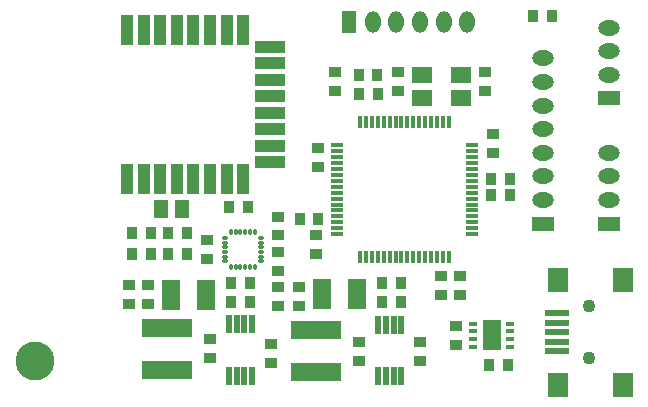
<source format=gts>
G04 #@! TF.GenerationSoftware,KiCad,Pcbnew,5.0.0-rc2-dev-unknown-bf135b0~64~ubuntu16.04.1*
G04 #@! TF.CreationDate,2018-05-07T12:38:37+02:00*
G04 #@! TF.ProjectId,uwb_pcb,7577625F7063622E6B696361645F7063,rev?*
G04 #@! TF.SameCoordinates,Original*
G04 #@! TF.FileFunction,Soldermask,Top*
G04 #@! TF.FilePolarity,Negative*
%FSLAX46Y46*%
G04 Gerber Fmt 4.6, Leading zero omitted, Abs format (unit mm)*
G04 Created by KiCad (PCBNEW 5.0.0-rc2-dev-unknown-bf135b0~64~ubuntu16.04.1) date Mon May  7 12:38:37 2018*
%MOMM*%
%LPD*%
G01*
G04 APERTURE LIST*
%ADD10R,1.700000X1.400000*%
%ADD11O,0.300000X0.650000*%
%ADD12O,0.650000X0.300000*%
%ADD13R,1.100000X0.920000*%
%ADD14R,0.920000X1.100000*%
%ADD15R,1.850000X1.300000*%
%ADD16O,1.850000X1.300000*%
%ADD17C,3.300000*%
%ADD18R,1.560000X2.500000*%
%ADD19R,1.300000X1.850000*%
%ADD20O,1.300000X1.850000*%
%ADD21R,2.100000X0.600000*%
%ADD22R,1.800000X2.100000*%
%ADD23C,1.100000*%
%ADD24R,1.220000X1.500000*%
%ADD25R,4.300000X1.600000*%
%ADD26R,0.750000X0.450000*%
%ADD27R,1.650000X2.500000*%
%ADD28R,0.350000X1.100000*%
%ADD29R,1.100000X0.350000*%
%ADD30R,0.550000X1.550000*%
%ADD31R,1.100000X2.550000*%
%ADD32R,2.550000X1.100000*%
G04 APERTURE END LIST*
D10*
X127450000Y-39800000D03*
X124150000Y-39800000D03*
X124150000Y-41800000D03*
X127450000Y-41800000D03*
D11*
X108000000Y-56100000D03*
X108400000Y-56100000D03*
X108800000Y-56100000D03*
X109200000Y-56100000D03*
X109600000Y-56100000D03*
X110000000Y-56100000D03*
D12*
X110500000Y-55600000D03*
X110500000Y-55200000D03*
X110500000Y-54800000D03*
X110500000Y-54400000D03*
X110500000Y-54000000D03*
X110500000Y-53600000D03*
D11*
X110000000Y-53100000D03*
X109600000Y-53100000D03*
X109200000Y-53100000D03*
X108800000Y-53100000D03*
X108400000Y-53100000D03*
X108000000Y-53100000D03*
D12*
X107500000Y-53600000D03*
X107500000Y-54000000D03*
X107500000Y-54400000D03*
X107500000Y-54800000D03*
X107500000Y-55200000D03*
X107500000Y-55600000D03*
D13*
X112000000Y-53400000D03*
X112000000Y-51800000D03*
X112000000Y-54800000D03*
X112000000Y-56400000D03*
X106000000Y-55400000D03*
X106000000Y-53800000D03*
D14*
X131600000Y-50000000D03*
X130000000Y-50000000D03*
X130000000Y-48600000D03*
X131600000Y-48600000D03*
D15*
X134400000Y-52400000D03*
D16*
X134400000Y-50400000D03*
X134400000Y-48400000D03*
X134400000Y-46400000D03*
X134400000Y-44400000D03*
X134400000Y-42400000D03*
X134400000Y-40400000D03*
X134400000Y-38400000D03*
D14*
X133600000Y-34800000D03*
X135200000Y-34800000D03*
D17*
X91400000Y-64000000D03*
D14*
X108000000Y-57400000D03*
X109600000Y-57400000D03*
D13*
X124020926Y-63993207D03*
X124020926Y-62393207D03*
X130200000Y-46400000D03*
X130200000Y-44800000D03*
X127400000Y-56800000D03*
X127400000Y-58400000D03*
X115400000Y-46000000D03*
X115400000Y-47600000D03*
X129540000Y-41186000D03*
X129540000Y-39586000D03*
D14*
X115400000Y-52000000D03*
X113800000Y-52000000D03*
D13*
X125800000Y-58400000D03*
X125800000Y-56800000D03*
D14*
X120400000Y-39800000D03*
X118800000Y-39800000D03*
X118834000Y-41402000D03*
X120434000Y-41402000D03*
D13*
X116800000Y-41200000D03*
X116800000Y-39600000D03*
X122174000Y-39548000D03*
X122174000Y-41148000D03*
D14*
X109600000Y-59000000D03*
X108000000Y-59000000D03*
D13*
X106200000Y-63800000D03*
X106200000Y-62200000D03*
X111400000Y-62600000D03*
X111400000Y-64200000D03*
D14*
X122420926Y-57393207D03*
X120820926Y-57393207D03*
X122420926Y-58993207D03*
X120820926Y-58993207D03*
D13*
X127018000Y-62649000D03*
X127018000Y-61049000D03*
D14*
X131412000Y-64389000D03*
X129812000Y-64389000D03*
D13*
X118820926Y-62393207D03*
X118820926Y-63993207D03*
X115200000Y-55000000D03*
X115200000Y-53400000D03*
D14*
X107800000Y-51000000D03*
X109400000Y-51000000D03*
D18*
X105880000Y-58400000D03*
X102920000Y-58400000D03*
X115740926Y-58393207D03*
X118700926Y-58393207D03*
D16*
X140000000Y-46400000D03*
X140000000Y-48400000D03*
X140000000Y-50400000D03*
D15*
X140000000Y-52400000D03*
X140000000Y-41800000D03*
D16*
X140000000Y-39800000D03*
X140000000Y-37800000D03*
X140000000Y-35800000D03*
D19*
X118000000Y-35306000D03*
D20*
X120000000Y-35306000D03*
X122000000Y-35306000D03*
X124000000Y-35306000D03*
X126000000Y-35306000D03*
X128000000Y-35306000D03*
D21*
X135600000Y-63200000D03*
X135600000Y-62400000D03*
X135600000Y-61600000D03*
X135600000Y-60800000D03*
X135600000Y-60000000D03*
D22*
X135700000Y-66050000D03*
X141150000Y-66050000D03*
X135700000Y-57150000D03*
X141150000Y-57150000D03*
D23*
X138300000Y-63800000D03*
X138300000Y-59400000D03*
D24*
X103823000Y-51200000D03*
X102063000Y-51200000D03*
D25*
X115220926Y-61393207D03*
X115220926Y-64993207D03*
X102600000Y-64800000D03*
X102600000Y-61200000D03*
D14*
X101257000Y-55000000D03*
X99657000Y-55000000D03*
X99657000Y-53200000D03*
X101257000Y-53200000D03*
D26*
X128516000Y-60874000D03*
X128516000Y-61524000D03*
X128516000Y-62174000D03*
X128516000Y-62824000D03*
X131616000Y-62824000D03*
X131616000Y-62174000D03*
X131616000Y-61524000D03*
X131616000Y-60874000D03*
D27*
X130066000Y-61849000D03*
D28*
X126432000Y-43830000D03*
X125932000Y-43830000D03*
X125432000Y-43830000D03*
X124932000Y-43830000D03*
X124432000Y-43830000D03*
X123932000Y-43830000D03*
X123432000Y-43830000D03*
X122932000Y-43830000D03*
X122432000Y-43830000D03*
X121932000Y-43830000D03*
X121432000Y-43830000D03*
X120932000Y-43830000D03*
X120432000Y-43830000D03*
X119932000Y-43830000D03*
X119432000Y-43830000D03*
X118932000Y-43830000D03*
D29*
X116982000Y-45780000D03*
X116982000Y-46280000D03*
X116982000Y-46780000D03*
X116982000Y-47280000D03*
X116982000Y-47780000D03*
X116982000Y-48280000D03*
X116982000Y-48780000D03*
X116982000Y-49280000D03*
X116982000Y-49780000D03*
X116982000Y-50280000D03*
X116982000Y-50780000D03*
X116982000Y-51280000D03*
X116982000Y-51780000D03*
X116982000Y-52280000D03*
X116982000Y-52780000D03*
X116982000Y-53280000D03*
D28*
X118932000Y-55230000D03*
X119432000Y-55230000D03*
X119932000Y-55230000D03*
X120432000Y-55230000D03*
X120932000Y-55230000D03*
X121432000Y-55230000D03*
X121932000Y-55230000D03*
X122432000Y-55230000D03*
X122932000Y-55230000D03*
X123432000Y-55230000D03*
X123932000Y-55230000D03*
X124432000Y-55230000D03*
X124932000Y-55230000D03*
X125432000Y-55230000D03*
X125932000Y-55230000D03*
X126432000Y-55230000D03*
D29*
X128382000Y-53280000D03*
X128382000Y-52780000D03*
X128382000Y-52280000D03*
X128382000Y-51780000D03*
X128382000Y-51280000D03*
X128382000Y-50780000D03*
X128382000Y-50280000D03*
X128382000Y-49780000D03*
X128382000Y-49280000D03*
X128382000Y-48780000D03*
X128382000Y-48280000D03*
X128382000Y-47780000D03*
X128382000Y-47280000D03*
X128382000Y-46780000D03*
X128382000Y-46280000D03*
X128382000Y-45780000D03*
D30*
X107825000Y-60897000D03*
X108475000Y-60897000D03*
X109125000Y-60897000D03*
X109775000Y-60897000D03*
X109775000Y-65297000D03*
X109125000Y-65297000D03*
X108475000Y-65297000D03*
X107825000Y-65297000D03*
X120480426Y-65338826D03*
X121130426Y-65338826D03*
X121780426Y-65338826D03*
X122430426Y-65338826D03*
X122430426Y-60938826D03*
X121780426Y-60938826D03*
X121130426Y-60938826D03*
X120480426Y-60938826D03*
D31*
X99223200Y-48601000D03*
X100623200Y-48601000D03*
X102023200Y-48601000D03*
X103423200Y-48601000D03*
X104823200Y-48601000D03*
X106223200Y-48601000D03*
X107623200Y-48601000D03*
X109023200Y-48601000D03*
D32*
X111318200Y-47201000D03*
X111318200Y-45801000D03*
X111318200Y-44401000D03*
X111318200Y-43001000D03*
X111318200Y-41601000D03*
X111318200Y-40201000D03*
X111318200Y-38801000D03*
X111318200Y-37401000D03*
D31*
X109022000Y-36001000D03*
X107622000Y-36001000D03*
X106223200Y-36001000D03*
X104823200Y-36001000D03*
X103423200Y-36001000D03*
X102023200Y-36001000D03*
X100623200Y-36001000D03*
X99223200Y-36001000D03*
D13*
X99400000Y-57600000D03*
X99400000Y-59200000D03*
D14*
X104305000Y-53200000D03*
X102705000Y-53200000D03*
X102705000Y-55000000D03*
X104305000Y-55000000D03*
D13*
X101000000Y-57600000D03*
X101000000Y-59200000D03*
X112000000Y-57800000D03*
X112000000Y-59400000D03*
X113793207Y-57779074D03*
X113793207Y-59379074D03*
M02*

</source>
